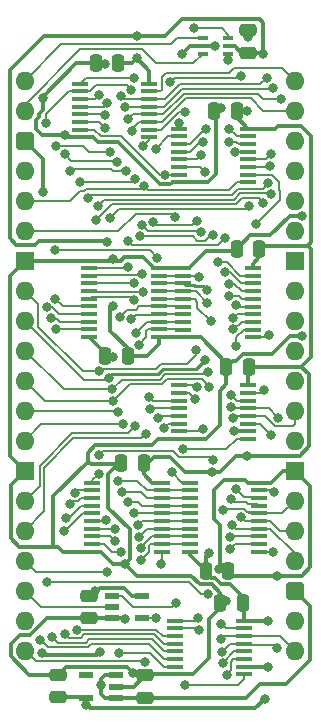
<source format=gtl>
%TF.GenerationSoftware,KiCad,Pcbnew,8.0.4*%
%TF.CreationDate,2024-08-22T09:08:59+02:00*%
%TF.ProjectId,Counter 16bit with IO,436f756e-7465-4722-9031-366269742077,V0*%
%TF.SameCoordinates,PX54c81a0PY37b6b20*%
%TF.FileFunction,Copper,L1,Top*%
%TF.FilePolarity,Positive*%
%FSLAX46Y46*%
G04 Gerber Fmt 4.6, Leading zero omitted, Abs format (unit mm)*
G04 Created by KiCad (PCBNEW 8.0.4) date 2024-08-22 09:08:59*
%MOMM*%
%LPD*%
G01*
G04 APERTURE LIST*
G04 Aperture macros list*
%AMRoundRect*
0 Rectangle with rounded corners*
0 $1 Rounding radius*
0 $2 $3 $4 $5 $6 $7 $8 $9 X,Y pos of 4 corners*
0 Add a 4 corners polygon primitive as box body*
4,1,4,$2,$3,$4,$5,$6,$7,$8,$9,$2,$3,0*
0 Add four circle primitives for the rounded corners*
1,1,$1+$1,$2,$3*
1,1,$1+$1,$4,$5*
1,1,$1+$1,$6,$7*
1,1,$1+$1,$8,$9*
0 Add four rect primitives between the rounded corners*
20,1,$1+$1,$2,$3,$4,$5,0*
20,1,$1+$1,$4,$5,$6,$7,0*
20,1,$1+$1,$6,$7,$8,$9,0*
20,1,$1+$1,$8,$9,$2,$3,0*%
G04 Aperture macros list end*
%TA.AperFunction,SMDPad,CuDef*%
%ADD10RoundRect,0.250000X-0.250000X-0.475000X0.250000X-0.475000X0.250000X0.475000X-0.250000X0.475000X0*%
%TD*%
%TA.AperFunction,SMDPad,CuDef*%
%ADD11RoundRect,0.250000X0.250000X0.475000X-0.250000X0.475000X-0.250000X-0.475000X0.250000X-0.475000X0*%
%TD*%
%TA.AperFunction,SMDPad,CuDef*%
%ADD12R,1.475000X0.450000*%
%TD*%
%TA.AperFunction,SMDPad,CuDef*%
%ADD13RoundRect,0.250000X0.475000X-0.250000X0.475000X0.250000X-0.475000X0.250000X-0.475000X-0.250000X0*%
%TD*%
%TA.AperFunction,SMDPad,CuDef*%
%ADD14R,1.450000X0.450000*%
%TD*%
%TA.AperFunction,SMDPad,CuDef*%
%ADD15R,1.250000X0.600000*%
%TD*%
%TA.AperFunction,SMDPad,CuDef*%
%ADD16RoundRect,0.250000X-0.475000X0.250000X-0.475000X-0.250000X0.475000X-0.250000X0.475000X0.250000X0*%
%TD*%
%TA.AperFunction,SMDPad,CuDef*%
%ADD17R,0.875000X0.450000*%
%TD*%
%TA.AperFunction,SMDPad,CuDef*%
%ADD18R,1.150000X0.600000*%
%TD*%
%TA.AperFunction,ComponentPad*%
%ADD19O,1.600000X1.600000*%
%TD*%
%TA.AperFunction,ComponentPad*%
%ADD20RoundRect,0.400000X-0.400000X-0.400000X0.400000X-0.400000X0.400000X0.400000X-0.400000X0.400000X0*%
%TD*%
%TA.AperFunction,ComponentPad*%
%ADD21R,1.600000X1.600000*%
%TD*%
%TA.AperFunction,ViaPad*%
%ADD22C,0.800000*%
%TD*%
%TA.AperFunction,Conductor*%
%ADD23C,0.380000*%
%TD*%
%TA.AperFunction,Conductor*%
%ADD24C,0.200000*%
%TD*%
%TA.AperFunction,Conductor*%
%ADD25C,0.250000*%
%TD*%
G04 APERTURE END LIST*
D10*
%TO.P,C13,1*%
%TO.N,/3.3V*%
X15322000Y-41529000D03*
%TO.P,C13,2*%
%TO.N,GND*%
X17222000Y-41529000D03*
%TD*%
D11*
%TO.P,C7,1*%
%TO.N,/3.3V*%
X10078000Y-32385000D03*
%TO.P,C7,2*%
%TO.N,GND*%
X8178000Y-32385000D03*
%TD*%
D12*
%TO.P,IC11,1,~{OE}*%
%TO.N,/~{Read Address Low}*%
X19829000Y-39882000D03*
%TO.P,IC11,2,D0*%
%TO.N,C0*%
X19829000Y-39232000D03*
%TO.P,IC11,3,D1*%
%TO.N,C1*%
X19829000Y-38582000D03*
%TO.P,IC11,4,D2*%
%TO.N,C2*%
X19829000Y-37932000D03*
%TO.P,IC11,5,D3*%
%TO.N,C3*%
X19829000Y-37282000D03*
%TO.P,IC11,6,D4*%
%TO.N,C4*%
X19829000Y-36632000D03*
%TO.P,IC11,7,D5*%
%TO.N,C5*%
X19829000Y-35982000D03*
%TO.P,IC11,8,D6*%
%TO.N,C6*%
X19829000Y-35332000D03*
%TO.P,IC11,9,D7*%
%TO.N,C7*%
X19829000Y-34682000D03*
%TO.P,IC11,10,GND*%
%TO.N,GND*%
X19829000Y-34032000D03*
%TO.P,IC11,11,CP*%
%TO.N,/Latch Address*%
X13953000Y-34032000D03*
%TO.P,IC11,12,Q7*%
%TO.N,D7*%
X13953000Y-34682000D03*
%TO.P,IC11,13,Q6*%
%TO.N,D6*%
X13953000Y-35332000D03*
%TO.P,IC11,14,Q5*%
%TO.N,D5*%
X13953000Y-35982000D03*
%TO.P,IC11,15,Q4*%
%TO.N,D4*%
X13953000Y-36632000D03*
%TO.P,IC11,16,Q3*%
%TO.N,D3*%
X13953000Y-37282000D03*
%TO.P,IC11,17,Q2*%
%TO.N,D2*%
X13953000Y-37932000D03*
%TO.P,IC11,18,Q1*%
%TO.N,D1*%
X13953000Y-38582000D03*
%TO.P,IC11,19,Q0*%
%TO.N,D0*%
X13953000Y-39232000D03*
%TO.P,IC11,20,3V*%
%TO.N,/3.3V*%
X13953000Y-39882000D03*
%TD*%
D13*
%TO.P,C14,1*%
%TO.N,/3.3V*%
X18923000Y2368000D03*
%TO.P,C14,2*%
%TO.N,GND*%
X18923000Y4268000D03*
%TD*%
D14*
%TO.P,IC7,1,~{MR}*%
%TO.N,~{MR}*%
X12696000Y-45731000D03*
%TO.P,IC7,2,CP*%
%TO.N,CP*%
X12696000Y-46381000D03*
%TO.P,IC7,3,D0*%
%TO.N,/LC0*%
X12696000Y-47031000D03*
%TO.P,IC7,4,D1*%
%TO.N,/LC1*%
X12696000Y-47681000D03*
%TO.P,IC7,5,D2*%
%TO.N,/LC2*%
X12696000Y-48331000D03*
%TO.P,IC7,6,D3*%
%TO.N,/LC3*%
X12696000Y-48981000D03*
%TO.P,IC7,7,CEP*%
%TO.N,CE*%
X12696000Y-49631000D03*
%TO.P,IC7,8,GND*%
%TO.N,GND*%
X12696000Y-50281000D03*
%TO.P,IC7,9,~{PE}*%
%TO.N,~{PE}*%
X18546000Y-50281000D03*
%TO.P,IC7,10,CET*%
%TO.N,/3.3V*%
X18546000Y-49631000D03*
%TO.P,IC7,11,Q3*%
%TO.N,C3*%
X18546000Y-48981000D03*
%TO.P,IC7,12,Q2*%
%TO.N,C2*%
X18546000Y-48331000D03*
%TO.P,IC7,13,Q1*%
%TO.N,C1*%
X18546000Y-47681000D03*
%TO.P,IC7,14,Q0*%
%TO.N,C0*%
X18546000Y-47031000D03*
%TO.P,IC7,15,TC*%
%TO.N,/TC_{0..3}*%
X18546000Y-46381000D03*
%TO.P,IC7,16,3V*%
%TO.N,/3.3V*%
X18546000Y-45731000D03*
%TD*%
D13*
%TO.P,C4,1*%
%TO.N,/3.3V*%
X2789400Y-52216600D03*
%TO.P,C4,2*%
%TO.N,GND*%
X2789400Y-50316600D03*
%TD*%
D11*
%TO.P,C2,1*%
%TO.N,/3.3V*%
X18968000Y-24257000D03*
%TO.P,C2,2*%
%TO.N,GND*%
X17068000Y-24257000D03*
%TD*%
D14*
%TO.P,IC10,1,~{MR}*%
%TO.N,~{MR}*%
X4695000Y-265000D03*
%TO.P,IC10,2,CP*%
%TO.N,CP*%
X4695000Y-915000D03*
%TO.P,IC10,3,D0*%
%TO.N,/LC12*%
X4695000Y-1565000D03*
%TO.P,IC10,4,D1*%
%TO.N,/LC13*%
X4695000Y-2215000D03*
%TO.P,IC10,5,D2*%
%TO.N,/LC14*%
X4695000Y-2865000D03*
%TO.P,IC10,6,D3*%
%TO.N,/LC15*%
X4695000Y-3515000D03*
%TO.P,IC10,7,CEP*%
%TO.N,/TC_{0..3}*%
X4695000Y-4165000D03*
%TO.P,IC10,8,GND*%
%TO.N,GND*%
X4695000Y-4815000D03*
%TO.P,IC10,9,~{PE}*%
%TO.N,~{PE}*%
X10545000Y-4815000D03*
%TO.P,IC10,10,CET*%
%TO.N,/TC_{8..11}*%
X10545000Y-4165000D03*
%TO.P,IC10,11,Q3*%
%TO.N,C15*%
X10545000Y-3515000D03*
%TO.P,IC10,12,Q2*%
%TO.N,C14*%
X10545000Y-2865000D03*
%TO.P,IC10,13,Q1*%
%TO.N,C13*%
X10545000Y-2215000D03*
%TO.P,IC10,14,Q0*%
%TO.N,C12*%
X10545000Y-1565000D03*
%TO.P,IC10,15,TC*%
%TO.N,TC_{12..15}*%
X10545000Y-915000D03*
%TO.P,IC10,16,3V*%
%TO.N,/3.3V*%
X10545000Y-265000D03*
%TD*%
D11*
%TO.P,C9,1*%
%TO.N,/3.3V*%
X7911000Y1453001D03*
%TO.P,C9,2*%
%TO.N,GND*%
X6011000Y1453001D03*
%TD*%
D15*
%TO.P,IC3,1,B*%
%TO.N,Read Address Low*%
X7386000Y-43627000D03*
%TO.P,IC3,2,A*%
%TO.N,Latch Address Enable*%
X7386000Y-44577000D03*
%TO.P,IC3,3,GND*%
%TO.N,GND*%
X7386000Y-45527000D03*
%TO.P,IC3,4,Y*%
%TO.N,/Latch Address*%
X9886000Y-45527000D03*
%TO.P,IC3,5,3V*%
%TO.N,/3.3V*%
X9886000Y-43627000D03*
%TD*%
D13*
%TO.P,C8,1*%
%TO.N,5V*%
X10155400Y-52267400D03*
%TO.P,C8,2*%
%TO.N,GND*%
X10155400Y-50367400D03*
%TD*%
D12*
%TO.P,IC2,1,~{OE}*%
%TO.N,GND*%
X11320000Y-21721000D03*
%TO.P,IC2,2,D0*%
%TO.N,D0*%
X11320000Y-21071000D03*
%TO.P,IC2,3,D1*%
%TO.N,D1*%
X11320000Y-20421000D03*
%TO.P,IC2,4,D2*%
%TO.N,D2*%
X11320000Y-19771000D03*
%TO.P,IC2,5,D3*%
%TO.N,D3*%
X11320000Y-19121000D03*
%TO.P,IC2,6,D4*%
%TO.N,D4*%
X11320000Y-18471000D03*
%TO.P,IC2,7,D5*%
%TO.N,D5*%
X11320000Y-17821000D03*
%TO.P,IC2,8,D6*%
%TO.N,D6*%
X11320000Y-17171000D03*
%TO.P,IC2,9,D7*%
%TO.N,D7*%
X11320000Y-16521000D03*
%TO.P,IC2,10,GND*%
%TO.N,GND*%
X11320000Y-15871000D03*
%TO.P,IC2,11,LE*%
%TO.N,Write Start Address Low*%
X5444000Y-15871000D03*
%TO.P,IC2,12,Q7*%
%TO.N,/LC7*%
X5444000Y-16521000D03*
%TO.P,IC2,13,Q6*%
%TO.N,/LC6*%
X5444000Y-17171000D03*
%TO.P,IC2,14,Q5*%
%TO.N,/LC5*%
X5444000Y-17821000D03*
%TO.P,IC2,15,Q4*%
%TO.N,/LC4*%
X5444000Y-18471000D03*
%TO.P,IC2,16,Q3*%
%TO.N,/LC3*%
X5444000Y-19121000D03*
%TO.P,IC2,17,Q2*%
%TO.N,/LC2*%
X5444000Y-19771000D03*
%TO.P,IC2,18,Q1*%
%TO.N,/LC1*%
X5444000Y-20421000D03*
%TO.P,IC2,19,Q0*%
%TO.N,/LC0*%
X5444000Y-21071000D03*
%TO.P,IC2,20,3V*%
%TO.N,/3.3V*%
X5444000Y-21721000D03*
%TD*%
D14*
%TO.P,IC9,1,~{MR}*%
%TO.N,~{MR}*%
X13077000Y-4075000D03*
%TO.P,IC9,2,CP*%
%TO.N,CP*%
X13077000Y-4725000D03*
%TO.P,IC9,3,D0*%
%TO.N,/LC8*%
X13077000Y-5375000D03*
%TO.P,IC9,4,D1*%
%TO.N,/LC9*%
X13077000Y-6025000D03*
%TO.P,IC9,5,D2*%
%TO.N,/LC10*%
X13077000Y-6675000D03*
%TO.P,IC9,6,D3*%
%TO.N,/LC11*%
X13077000Y-7325000D03*
%TO.P,IC9,7,CEP*%
%TO.N,/TC_{0..3}*%
X13077000Y-7975000D03*
%TO.P,IC9,8,GND*%
%TO.N,GND*%
X13077000Y-8625000D03*
%TO.P,IC9,9,~{PE}*%
%TO.N,~{PE}*%
X18927000Y-8625000D03*
%TO.P,IC9,10,CET*%
%TO.N,/TC_{4..7}*%
X18927000Y-7975000D03*
%TO.P,IC9,11,Q3*%
%TO.N,C11*%
X18927000Y-7325000D03*
%TO.P,IC9,12,Q2*%
%TO.N,C10*%
X18927000Y-6675000D03*
%TO.P,IC9,13,Q1*%
%TO.N,C9*%
X18927000Y-6025000D03*
%TO.P,IC9,14,Q0*%
%TO.N,C8*%
X18927000Y-5375000D03*
%TO.P,IC9,15,TC*%
%TO.N,/TC_{8..11}*%
X18927000Y-4725000D03*
%TO.P,IC9,16,3V*%
%TO.N,/3.3V*%
X18927000Y-4075000D03*
%TD*%
D10*
%TO.P,C11,1*%
%TO.N,/3.3V*%
X6813000Y-23357000D03*
%TO.P,C11,2*%
%TO.N,GND*%
X8713000Y-23357000D03*
%TD*%
D11*
%TO.P,C15,1*%
%TO.N,/3.3V*%
X19857000Y-14224000D03*
%TO.P,C15,2*%
%TO.N,GND*%
X17957000Y-14224000D03*
%TD*%
%TO.P,C3,1*%
%TO.N,/3.3V*%
X17952000Y-2540000D03*
%TO.P,C3,2*%
%TO.N,GND*%
X16052000Y-2540000D03*
%TD*%
D12*
%TO.P,IC12,1,~{OE}*%
%TO.N,/~{Read Address High}*%
X5698001Y-34032000D03*
%TO.P,IC12,2,D0*%
%TO.N,C15*%
X5698001Y-34682000D03*
%TO.P,IC12,3,D1*%
%TO.N,C14*%
X5698001Y-35332000D03*
%TO.P,IC12,4,D2*%
%TO.N,C13*%
X5698001Y-35982000D03*
%TO.P,IC12,5,D3*%
%TO.N,C12*%
X5698001Y-36632000D03*
%TO.P,IC12,6,D4*%
%TO.N,C11*%
X5698001Y-37282000D03*
%TO.P,IC12,7,D5*%
%TO.N,C10*%
X5698001Y-37932000D03*
%TO.P,IC12,8,D6*%
%TO.N,C9*%
X5698001Y-38582000D03*
%TO.P,IC12,9,D7*%
%TO.N,C8*%
X5698001Y-39232000D03*
%TO.P,IC12,10,GND*%
%TO.N,GND*%
X5698001Y-39882000D03*
%TO.P,IC12,11,CP*%
%TO.N,/Latch Address*%
X11574001Y-39882000D03*
%TO.P,IC12,12,Q7*%
%TO.N,D0*%
X11574001Y-39232000D03*
%TO.P,IC12,13,Q6*%
%TO.N,D1*%
X11574001Y-38582000D03*
%TO.P,IC12,14,Q5*%
%TO.N,D2*%
X11574001Y-37932000D03*
%TO.P,IC12,15,Q4*%
%TO.N,D3*%
X11574001Y-37282000D03*
%TO.P,IC12,16,Q3*%
%TO.N,D4*%
X11574001Y-36632000D03*
%TO.P,IC12,17,Q2*%
%TO.N,D5*%
X11574001Y-35982000D03*
%TO.P,IC12,18,Q1*%
%TO.N,D6*%
X11574001Y-35332000D03*
%TO.P,IC12,19,Q0*%
%TO.N,D7*%
X11574001Y-34682000D03*
%TO.P,IC12,20,3V*%
%TO.N,/3.3V*%
X11574001Y-34032000D03*
%TD*%
%TO.P,IC1,1,~{OE}*%
%TO.N,GND*%
X13428000Y-15882000D03*
%TO.P,IC1,2,D0*%
%TO.N,D7*%
X13428000Y-16532000D03*
%TO.P,IC1,3,D1*%
%TO.N,D6*%
X13428000Y-17182000D03*
%TO.P,IC1,4,D2*%
%TO.N,D5*%
X13428000Y-17832000D03*
%TO.P,IC1,5,D3*%
%TO.N,D4*%
X13428000Y-18482000D03*
%TO.P,IC1,6,D4*%
%TO.N,D3*%
X13428000Y-19132000D03*
%TO.P,IC1,7,D5*%
%TO.N,D2*%
X13428000Y-19782000D03*
%TO.P,IC1,8,D6*%
%TO.N,D1*%
X13428000Y-20432000D03*
%TO.P,IC1,9,D7*%
%TO.N,D0*%
X13428000Y-21082000D03*
%TO.P,IC1,10,GND*%
%TO.N,GND*%
X13428000Y-21732000D03*
%TO.P,IC1,11,LE*%
%TO.N,Write Start Address High*%
X19304000Y-21732000D03*
%TO.P,IC1,12,Q7*%
%TO.N,/LC8*%
X19304000Y-21082000D03*
%TO.P,IC1,13,Q6*%
%TO.N,/LC9*%
X19304000Y-20432000D03*
%TO.P,IC1,14,Q5*%
%TO.N,/LC10*%
X19304000Y-19782000D03*
%TO.P,IC1,15,Q4*%
%TO.N,/LC11*%
X19304000Y-19132000D03*
%TO.P,IC1,16,Q3*%
%TO.N,/LC12*%
X19304000Y-18482000D03*
%TO.P,IC1,17,Q2*%
%TO.N,/LC13*%
X19304000Y-17832000D03*
%TO.P,IC1,18,Q1*%
%TO.N,/LC14*%
X19304000Y-17182000D03*
%TO.P,IC1,19,Q0*%
%TO.N,/LC15*%
X19304000Y-16532000D03*
%TO.P,IC1,20,3V*%
%TO.N,/3.3V*%
X19304000Y-15882000D03*
%TD*%
D16*
%TO.P,C5,1*%
%TO.N,/3.3V*%
X5461000Y-43643000D03*
%TO.P,C5,2*%
%TO.N,GND*%
X5461000Y-45543000D03*
%TD*%
D17*
%TO.P,IC4,1,1A*%
%TO.N,Read Address High*%
X15067000Y3571000D03*
%TO.P,IC4,2,GND*%
%TO.N,GND*%
X15067000Y2921000D03*
%TO.P,IC4,3,2A*%
%TO.N,Read Address Low*%
X15067000Y2271000D03*
%TO.P,IC4,4,2Y*%
%TO.N,/~{Read Address Low}*%
X17191000Y2271000D03*
%TO.P,IC4,5,3V*%
%TO.N,/3.3V*%
X17191000Y2921000D03*
%TO.P,IC4,6,1Y*%
%TO.N,/~{Read Address High}*%
X17191000Y3571000D03*
%TD*%
D14*
%TO.P,IC8,1,~{MR}*%
%TO.N,~{MR}*%
X13077000Y-25792000D03*
%TO.P,IC8,2,CP*%
%TO.N,CP*%
X13077000Y-26442000D03*
%TO.P,IC8,3,D0*%
%TO.N,/LC4*%
X13077000Y-27092000D03*
%TO.P,IC8,4,D1*%
%TO.N,/LC5*%
X13077000Y-27742000D03*
%TO.P,IC8,5,D2*%
%TO.N,/LC6*%
X13077000Y-28392000D03*
%TO.P,IC8,6,D3*%
%TO.N,/LC7*%
X13077000Y-29042000D03*
%TO.P,IC8,7,CEP*%
%TO.N,/TC_{0..3}*%
X13077000Y-29692000D03*
%TO.P,IC8,8,GND*%
%TO.N,GND*%
X13077000Y-30342000D03*
%TO.P,IC8,9,~{PE}*%
%TO.N,~{PE}*%
X18927000Y-30342000D03*
%TO.P,IC8,10,CET*%
%TO.N,/3.3V*%
X18927000Y-29692000D03*
%TO.P,IC8,11,Q3*%
%TO.N,C7*%
X18927000Y-29042000D03*
%TO.P,IC8,12,Q2*%
%TO.N,C6*%
X18927000Y-28392000D03*
%TO.P,IC8,13,Q1*%
%TO.N,C5*%
X18927000Y-27742000D03*
%TO.P,IC8,14,Q0*%
%TO.N,C4*%
X18927000Y-27092000D03*
%TO.P,IC8,15,TC*%
%TO.N,/TC_{4..7}*%
X18927000Y-26442000D03*
%TO.P,IC8,16,3V*%
%TO.N,/3.3V*%
X18927000Y-25792000D03*
%TD*%
D18*
%TO.P,IC5,1,6VIn*%
%TO.N,5V*%
X7747000Y-52258000D03*
%TO.P,IC5,2,GND*%
%TO.N,GND*%
X7747000Y-51308000D03*
%TO.P,IC5,3,EN*%
%TO.N,5V*%
X7747000Y-50358000D03*
%TO.P,IC5,4,ADJ*%
%TO.N,unconnected-(IC5-ADJ-Pad4)*%
X5147000Y-50358000D03*
%TO.P,IC5,5,3.3VOut*%
%TO.N,/3.3V*%
X5147000Y-52258000D03*
%TD*%
D19*
%TO.P,J2,1,Pin_1*%
%TO.N,Read Address High*%
X0Y0D03*
%TO.P,J2,2,Pin_2*%
%TO.N,Read Address Low*%
X0Y-2540000D03*
D20*
%TO.P,J2,3,Pin_3*%
%TO.N,5V*%
X0Y-5080000D03*
D19*
%TO.P,J2,4,Pin_4*%
%TO.N,CP*%
X0Y-7620000D03*
%TO.P,J2,5,Pin_5*%
%TO.N,~{PE}*%
X0Y-10160000D03*
%TO.P,J2,6,Pin_6*%
%TO.N,~{MR}*%
X0Y-12700000D03*
D21*
%TO.P,J2,7,Pin_7*%
%TO.N,GND*%
X0Y-15240000D03*
D19*
%TO.P,J2,8,Pin_8*%
%TO.N,D7*%
X0Y-17780000D03*
%TO.P,J2,9,Pin_9*%
%TO.N,D6*%
X0Y-20320000D03*
%TO.P,J2,10,Pin_10*%
%TO.N,D5*%
X0Y-22860000D03*
%TO.P,J2,11,Pin_11*%
%TO.N,D4*%
X0Y-25400000D03*
%TO.P,J2,12,Pin_12*%
%TO.N,D3*%
X0Y-27940000D03*
%TO.P,J2,13,Pin_13*%
%TO.N,D2*%
X0Y-30480000D03*
D21*
%TO.P,J2,14,Pin_14*%
%TO.N,GND*%
X0Y-33020000D03*
D19*
%TO.P,J2,15,Pin_15*%
%TO.N,D1*%
X0Y-35560000D03*
%TO.P,J2,16,Pin_16*%
%TO.N,D0*%
X0Y-38100000D03*
%TO.P,J2,17,Pin_17*%
%TO.N,CE*%
X0Y-40640000D03*
%TO.P,J2,18,Pin_18*%
%TO.N,Latch Address Enable*%
X0Y-43180000D03*
%TO.P,J2,19,Pin_19*%
%TO.N,Write Start Address High*%
X0Y-45720000D03*
%TO.P,J2,20,Pin_20*%
%TO.N,Write Start Address Low*%
X0Y-48260000D03*
%TO.P,J2,21,Pin_21*%
%TO.N,C0*%
X22860000Y-48260000D03*
%TO.P,J2,22,Pin_22*%
%TO.N,C1*%
X22860000Y-45720000D03*
D20*
%TO.P,J2,23,Pin_23*%
%TO.N,5V*%
X22860000Y-43180000D03*
D19*
%TO.P,J2,24,Pin_24*%
%TO.N,C2*%
X22860000Y-40640000D03*
%TO.P,J2,25,Pin_25*%
%TO.N,C3*%
X22860000Y-38100000D03*
%TO.P,J2,26,Pin_26*%
%TO.N,C4*%
X22860000Y-35560000D03*
D21*
%TO.P,J2,27,Pin_27*%
%TO.N,GND*%
X22860000Y-33020000D03*
D19*
%TO.P,J2,28,Pin_28*%
%TO.N,C5*%
X22860000Y-30480000D03*
%TO.P,J2,29,Pin_29*%
%TO.N,C6*%
X22860000Y-27940000D03*
%TO.P,J2,30,Pin_30*%
%TO.N,C7*%
X22860000Y-25400000D03*
%TO.P,J2,31,Pin_31*%
%TO.N,C8*%
X22860000Y-22860000D03*
%TO.P,J2,32,Pin_32*%
%TO.N,C9*%
X22860000Y-20320000D03*
%TO.P,J2,33,Pin_33*%
%TO.N,C10*%
X22860000Y-17780000D03*
D21*
%TO.P,J2,34,Pin_34*%
%TO.N,GND*%
X22860000Y-15240000D03*
D19*
%TO.P,J2,35,Pin_35*%
%TO.N,C11*%
X22860000Y-12700000D03*
%TO.P,J2,36,Pin_36*%
%TO.N,C12*%
X22860000Y-10160000D03*
%TO.P,J2,37,Pin_37*%
%TO.N,C13*%
X22860000Y-7620000D03*
%TO.P,J2,38,Pin_38*%
%TO.N,C14*%
X22860000Y-5080000D03*
%TO.P,J2,39,Pin_39*%
%TO.N,C15*%
X22860000Y-2540000D03*
%TO.P,J2,40,Pin_40*%
%TO.N,TC_{12..15}*%
X22860000Y0D03*
%TD*%
D11*
%TO.P,C1,1*%
%TO.N,/3.3V*%
X18460000Y-44196000D03*
%TO.P,C1,2*%
%TO.N,GND*%
X16560000Y-44196000D03*
%TD*%
D22*
%TO.N,GND*%
X8509000Y-45593000D03*
X3370004Y-4594998D03*
X16469626Y-41380914D03*
X17023000Y-44069000D03*
X1507118Y-1513536D03*
X16129000Y2921000D03*
X7474693Y-19050000D03*
X6811500Y1397000D03*
X7474685Y-15121000D03*
X9144000Y-50165000D03*
X16572000Y-2308653D03*
X23467000Y-21590000D03*
X23467000Y-11430245D03*
X8509016Y-40894000D03*
X13335000Y2286000D03*
X21336000Y-41910000D03*
X18923000Y3683000D03*
%TO.N,5V*%
X6461243Y-51196757D03*
X6350008Y-48387004D03*
X1481534Y-48478000D03*
X1524002Y-9460318D03*
%TO.N,/3.3V*%
X15554002Y-39987911D03*
X6942428Y-13633073D03*
X5969000Y-43245000D03*
X15808098Y-33130480D03*
X20574000Y-49657000D03*
X18796000Y-31750000D03*
X18795996Y-2539996D03*
X20574000Y-45720000D03*
X17694874Y-29678741D03*
X7447946Y-23368000D03*
X20193000Y2285990D03*
X9465809Y3761948D03*
X9465809Y1869905D03*
X20320000Y-52324000D03*
X5207000Y-52832000D03*
%TO.N,/LC0*%
X4445000Y-46482000D03*
X2630724Y-21045166D03*
%TO.N,/LC1*%
X3429000Y-46863000D03*
X2200000Y-20142679D03*
%TO.N,/LC2*%
X2322795Y-47099705D03*
X1893000Y-19184407D03*
%TO.N,/LC3*%
X2586705Y-18464144D03*
X1270000Y-47370998D03*
%TO.N,D0*%
X10210991Y-29886056D03*
X9677061Y-22349805D03*
X9854631Y-40614402D03*
%TO.N,Write Start Address High*%
X1905000Y-42480000D03*
X20669200Y-21562000D03*
X15489000Y-43451751D03*
%TO.N,D4*%
X9210389Y-36576002D03*
X15599659Y-25969978D03*
X7443330Y-27128288D03*
X15726000Y-20345775D03*
%TO.N,D2*%
X9023223Y-20193000D03*
X9675874Y-38623207D03*
X8310468Y-29101955D03*
%TO.N,/TC_{0..3}*%
X15078024Y-29460323D03*
X11895000Y-7975000D03*
X16636998Y-45974000D03*
%TO.N,/LC4*%
X10477061Y-26764904D03*
X9250906Y-18574006D03*
%TO.N,/LC5*%
X9974825Y-17874006D03*
X10601001Y-27813000D03*
%TO.N,/LC6*%
X11245813Y-28582680D03*
X9250438Y-17143562D03*
%TO.N,/LC7*%
X11752234Y-29444970D03*
X9936163Y-16383000D03*
%TO.N,D7*%
X14706762Y-16662238D03*
X7864309Y-33886351D03*
X6272718Y-24631228D03*
X14515886Y-22822116D03*
%TO.N,D6*%
X15407778Y-17739222D03*
X7120589Y-25161436D03*
X8257746Y-34805706D03*
X15255644Y-23635865D03*
%TO.N,D3*%
X9593518Y-37613608D03*
X8042396Y-19998108D03*
X7861080Y-28036853D03*
%TO.N,D1*%
X9413736Y-21372786D03*
X9296004Y-29271437D03*
X9793470Y-39616271D03*
%TO.N,/TC_{4..7}*%
X20231064Y-26172202D03*
X19546308Y-12112325D03*
%TO.N,/LC8*%
X15367000Y-4064000D03*
X17909001Y-22479000D03*
%TO.N,/LC9*%
X17582696Y-21063530D03*
X15113000Y-5207000D03*
%TO.N,/LC10*%
X17653004Y-20066004D03*
X14924000Y-6336149D03*
%TO.N,/LC11*%
X17889088Y-18967266D03*
X15240000Y-7747000D03*
%TO.N,D5*%
X15455446Y-18806329D03*
X8728923Y-35687748D03*
X7363557Y-26131473D03*
X15494000Y-24638000D03*
%TO.N,Write Start Address Low*%
X8729491Y-15743566D03*
X10160000Y-49214000D03*
%TO.N,Read Address Low*%
X11180401Y-14981599D03*
X12827000Y-44196000D03*
X2580712Y-14351000D03*
%TO.N,/TC_{8..11}*%
X17271995Y-4063995D03*
X13524000Y-2667000D03*
X18288000Y385000D03*
X12314715Y-132027D03*
%TO.N,/LC12*%
X17241330Y-18205417D03*
X8710244Y-13542000D03*
X6285452Y-1185916D03*
X16948063Y-13356560D03*
%TO.N,/LC13*%
X9733056Y-13202446D03*
X17271481Y-17185315D03*
X6985000Y-1905000D03*
X15948653Y-13034556D03*
%TO.N,/LC14*%
X9914627Y-12219066D03*
X16962750Y-16234163D03*
X6790026Y-2936742D03*
X14922543Y-12811836D03*
%TO.N,C1*%
X21364006Y-48006000D03*
X17399000Y-38623997D03*
X16685003Y-48355570D03*
%TO.N,~{PE}*%
X13588988Y-51181000D03*
X13368136Y-31196795D03*
X10107735Y-8953604D03*
X9997206Y-5549625D03*
%TO.N,CE*%
X7975088Y-48462356D03*
X6984994Y-41591000D03*
%TO.N,C0*%
X16642192Y-47250218D03*
X17399000Y-39624000D03*
%TO.N,C2*%
X17537971Y-37633698D03*
X16747043Y-49353646D03*
%TO.N,~{MR}*%
X13072394Y-3621000D03*
X14692964Y-45482759D03*
X9271000Y254000D03*
X12699844Y-11570999D03*
X14576722Y-25967000D03*
%TO.N,C3*%
X17093651Y-50291659D03*
X18288000Y-36957000D03*
%TO.N,CP*%
X11105499Y-5771501D03*
X1813941Y-3605000D03*
X14406421Y-26952394D03*
X14732000Y-46482000D03*
X9017000Y-762000D03*
%TO.N,C4*%
X17488296Y-26612340D03*
X16792000Y-36322000D03*
%TO.N,C5*%
X17489560Y-27620994D03*
X21469446Y-28542504D03*
X17410073Y-35463042D03*
%TO.N,C6*%
X17638447Y-28609851D03*
X17864000Y-34572000D03*
%TO.N,C7*%
X21127693Y-34850463D03*
X20827986Y-29972000D03*
%TO.N,/~{Read Address Low}*%
X17190998Y1732002D03*
X20973064Y-39897576D03*
%TO.N,C11*%
X5355219Y-9933893D03*
X20622749Y-8658582D03*
X20788863Y-7252087D03*
X6895024Y-37242021D03*
%TO.N,/~{Read Address High}*%
X6248623Y-33271002D03*
X15948937Y-32140445D03*
X14351000Y4416984D03*
X6259615Y-31687615D03*
%TO.N,C10*%
X7602157Y-37962174D03*
X6158413Y-10610195D03*
X20828000Y-6223000D03*
X20878623Y-9625295D03*
%TO.N,C8*%
X8100000Y-39878000D03*
X17252792Y-5172959D03*
X18998596Y-10650008D03*
X7197473Y-11642473D03*
%TO.N,C9*%
X17766545Y-6030900D03*
X20172544Y-10333432D03*
X6038996Y-11811000D03*
X7620000Y-38984803D03*
%TO.N,C12*%
X2590851Y-5524853D03*
X20497829Y254382D03*
X3302000Y-38100000D03*
X8128000Y-1270000D03*
X7168554Y-6065817D03*
%TO.N,/LC15*%
X6745890Y-3985817D03*
X14581004Y-11871966D03*
X16309283Y-15394233D03*
X10883372Y-11971000D03*
%TO.N,C15*%
X4200007Y-34901439D03*
X9049983Y-4296242D03*
X9327491Y-8301842D03*
X4705926Y-8560867D03*
%TO.N,C14*%
X3810000Y-7620000D03*
X3800010Y-35825485D03*
X8528994Y-7620004D03*
X21717349Y-1524000D03*
X8735971Y-3294293D03*
%TO.N,C13*%
X7785962Y-6915118D03*
X3372409Y-6226047D03*
X21020004Y-635000D03*
X8482624Y-2275313D03*
X3505520Y-37033520D03*
%TO.N,/Latch Address*%
X12446000Y-33147000D03*
X11557000Y-40894000D03*
X11114996Y-45526996D03*
%TD*%
D23*
%TO.N,GND*%
X15067000Y2921000D02*
X13970000Y2921000D01*
X13970000Y2921000D02*
X13335000Y2286000D01*
D24*
%TO.N,Read Address High*%
X3061948Y3061948D02*
X0Y0D01*
X12332948Y3061948D02*
X3061948Y3061948D01*
X12842000Y3571000D02*
X12332948Y3061948D01*
X15067000Y3571000D02*
X12842000Y3571000D01*
D23*
%TO.N,/3.3V*%
X19868097Y5207000D02*
X20193000Y4882097D01*
X13335000Y5207000D02*
X19868097Y5207000D01*
X11889948Y3761948D02*
X13335000Y5207000D01*
X20193000Y4882097D02*
X20193000Y2285990D01*
X9465809Y3761948D02*
X11889948Y3761948D01*
X6851355Y-13542000D02*
X6942428Y-13633073D01*
X1161017Y-13542000D02*
X6851355Y-13542000D01*
X813017Y-13890000D02*
X1161017Y-13542000D01*
X-1270000Y889000D02*
X-1270000Y-13335000D01*
X9465809Y3761948D02*
X1602948Y3761948D01*
X-715000Y-13890000D02*
X813017Y-13890000D01*
X1602948Y3761948D02*
X-1270000Y889000D01*
X-1270000Y-13335000D02*
X-715000Y-13890000D01*
X9048905Y1453001D02*
X7911000Y1453001D01*
X9465809Y1869905D02*
X9048905Y1453001D01*
X9465809Y1869905D02*
X10545000Y790714D01*
X10545000Y790714D02*
X10545000Y-265000D01*
D24*
%TO.N,TC_{12..15}*%
X11614716Y289795D02*
X11614716Y-770284D01*
X11959921Y635000D02*
X11614716Y289795D01*
X11614716Y-770284D02*
X11470000Y-915000D01*
X17272000Y635000D02*
X11959921Y635000D01*
X17722000Y1085000D02*
X17272000Y635000D01*
X21775000Y1085000D02*
X17722000Y1085000D01*
X11470000Y-915000D02*
X10545000Y-915000D01*
X22860000Y0D02*
X21775000Y1085000D01*
%TO.N,/TC_{8..11}*%
X12681742Y235000D02*
X18138000Y235000D01*
X12314715Y-132027D02*
X12681742Y235000D01*
X18138000Y235000D02*
X18288000Y385000D01*
%TO.N,/~{Read Address Low}*%
X17191000Y1732004D02*
X17190998Y1732002D01*
X17191000Y2271000D02*
X17191000Y1732004D01*
D23*
%TO.N,/3.3V*%
X17952000Y-2540000D02*
X18795992Y-2540000D01*
X18795992Y-2540000D02*
X18795996Y-2539996D01*
X21198000Y-4075000D02*
X21463000Y-3810000D01*
X18927000Y-4075000D02*
X21198000Y-4075000D01*
X21463000Y-3810000D02*
X23368000Y-3810000D01*
X24257000Y-4699000D02*
X24257000Y-13683000D01*
X24257000Y-13683000D02*
X23970000Y-13970000D01*
X23368000Y-3810000D02*
X24257000Y-4699000D01*
X19304000Y-15494000D02*
X19304000Y-15882000D01*
X19857000Y-14941000D02*
X19304000Y-15494000D01*
X19857000Y-14224000D02*
X19857000Y-14941000D01*
%TO.N,GND*%
X20828000Y-34036000D02*
X21844000Y-33020000D01*
X19833000Y-34036000D02*
X20828000Y-34036000D01*
X21844000Y-33020000D02*
X22860000Y-33020000D01*
X23447458Y-41910000D02*
X21336000Y-41910000D01*
X24130000Y-34290000D02*
X24130000Y-41227458D01*
X24130000Y-41227458D02*
X23447458Y-41910000D01*
X22860000Y-33020000D02*
X24130000Y-34290000D01*
%TO.N,5V*%
X24130000Y-49022000D02*
X24130000Y-44450000D01*
X22098000Y-51054000D02*
X24130000Y-49022000D01*
X18725600Y-52267400D02*
X19939000Y-51054000D01*
X24130000Y-44450000D02*
X22860000Y-43180000D01*
X10155400Y-52267400D02*
X18725600Y-52267400D01*
X19939000Y-51054000D02*
X22098000Y-51054000D01*
X1524002Y-6604002D02*
X1524002Y-9460318D01*
X0Y-5080000D02*
X1524002Y-6604002D01*
%TO.N,GND*%
X7493000Y-40894000D02*
X8509016Y-40894000D01*
X6481000Y-39882000D02*
X7493000Y-40894000D01*
X5698001Y-39882000D02*
X6481000Y-39882000D01*
X5800000Y-4815000D02*
X4695000Y-4815000D01*
X15816229Y-42661751D02*
X14824654Y-42661751D01*
X15621000Y-48895000D02*
X14235000Y-50281000D01*
X428707Y-46974208D02*
X-428707Y-46974208D01*
X19072000Y-13109000D02*
X20768085Y-13109000D01*
X18923000Y3683000D02*
X18923000Y4268000D01*
X23467000Y-21590000D02*
X22447085Y-21590000D01*
X16340653Y-2540000D02*
X16572000Y-2308653D01*
X14874000Y-21732000D02*
X17068000Y-23926000D01*
X16617712Y-41529000D02*
X16469626Y-41380914D01*
X20895085Y-23142000D02*
X18452933Y-23142000D01*
X14235000Y-50281000D02*
X12696000Y-50281000D01*
X9214800Y-51308000D02*
X10155400Y-50367400D01*
X13077000Y-30342000D02*
X11286781Y-30342000D01*
X0Y-33020000D02*
X-1270000Y-31750000D01*
X4345966Y1453001D02*
X1507118Y-1385847D01*
X15621000Y-45580721D02*
X15621000Y-48895000D01*
X2794000Y-39450000D02*
X3226000Y-39882000D01*
X8647000Y-49668000D02*
X9144000Y-50165000D01*
X3590006Y-4815000D02*
X3370004Y-4594998D01*
X15067000Y2921000D02*
X16129000Y2921000D01*
X9953000Y-50165000D02*
X9144000Y-50165000D01*
X17585716Y-23739284D02*
X17855649Y-23739284D01*
X16764000Y-44196000D02*
X16891000Y-44069000D01*
X2413000Y-35179000D02*
X2413000Y-39450000D01*
X8890000Y-38954562D02*
X8890000Y-40513016D01*
X5461000Y-45543000D02*
X1859915Y-45543000D01*
X18669000Y-33782000D02*
X18919000Y-34032000D01*
X16560000Y-43405522D02*
X15816229Y-42661751D01*
X18452933Y-23142000D02*
X17855649Y-23739284D01*
X2413000Y-39450000D02*
X2794000Y-39450000D01*
X20768085Y-13109000D02*
X22446840Y-11430245D01*
X18919000Y-34032000D02*
X19829000Y-34032000D01*
X16891000Y-44069000D02*
X17023000Y-44069000D01*
X1160998Y-3117773D02*
X923000Y-3355771D01*
X11320000Y-15871000D02*
X13417000Y-15871000D01*
X17636936Y-14451836D02*
X15291935Y-14451836D01*
X16510000Y-37592000D02*
X16002000Y-37084000D01*
X7074309Y-33311691D02*
X7074309Y-36157309D01*
X-1190000Y-48752915D02*
X373685Y-50316600D01*
X8890000Y-40513016D02*
X8509016Y-40894000D01*
X17603000Y-41910000D02*
X21336000Y-41910000D01*
X4695000Y-4815000D02*
X3590006Y-4815000D01*
X10035121Y-14953566D02*
X10918000Y-15836445D01*
X17068000Y-24257000D02*
X17585716Y-23739284D01*
X22447085Y-21590000D02*
X20895085Y-23142000D01*
X17068000Y-24257000D02*
X17068000Y-25731000D01*
X16002000Y-37084000D02*
X16002000Y-34671000D01*
X16157000Y-7947229D02*
X16157000Y-2645000D01*
X3438000Y-49668000D02*
X8647000Y-49668000D01*
X6210817Y-5225817D02*
X5800000Y-4815000D01*
X373685Y-50316600D02*
X2789400Y-50316600D01*
X11320000Y-22326000D02*
X11320000Y-21721000D01*
X1507118Y-1513536D02*
X1507118Y-2484917D01*
X8885874Y-37968874D02*
X8885874Y-38950436D01*
X16482000Y-29173576D02*
X15313576Y-30342000D01*
X-1270000Y-16510000D02*
X0Y-15240000D01*
X-1270000Y-31750000D02*
X-1270000Y-16510000D01*
X8001000Y-32385000D02*
X7074309Y-33311691D01*
X10758781Y-30870000D02*
X5960000Y-30870000D01*
X8402262Y-14953566D02*
X10035121Y-14953566D01*
X5334000Y-31496000D02*
X5334000Y-32258000D01*
X8885874Y-38950436D02*
X8890000Y-38954562D01*
X8772000Y-23298000D02*
X10348000Y-23298000D01*
X7239000Y-19285693D02*
X7474693Y-19050000D01*
X1507118Y-1385847D02*
X1507118Y-1513536D01*
X16510000Y-40817000D02*
X16510000Y-37592000D01*
X5960000Y-30870000D02*
X5334000Y-31496000D01*
X13077000Y-8625000D02*
X15479229Y-8625000D01*
X6011000Y1453001D02*
X4345966Y1453001D01*
X12317000Y-8765000D02*
X11432000Y-8765000D01*
X3226000Y-39882000D02*
X5698001Y-39882000D01*
X5334000Y-32258000D02*
X5557002Y-32481002D01*
X11286781Y-30342000D02*
X10758781Y-30870000D01*
X6011000Y1453001D02*
X6755499Y1453001D01*
X7386000Y-45527000D02*
X8443000Y-45527000D01*
X10348000Y-23298000D02*
X11320000Y-22326000D01*
X17222000Y-41529000D02*
X16510000Y-40817000D01*
X1859915Y-45543000D02*
X428707Y-46974208D01*
X2413000Y-39450000D02*
X-492915Y-39450000D01*
X22446840Y-11430245D02*
X23467000Y-11430245D01*
X9525016Y-41910000D02*
X8509016Y-40894000D01*
X-1190000Y-38752915D02*
X-1190000Y-34210000D01*
X6755499Y1453001D02*
X6811500Y1397000D01*
X15313576Y-30342000D02*
X13077000Y-30342000D01*
X13428000Y-21732000D02*
X14874000Y-21732000D01*
X15479229Y-8625000D02*
X16157000Y-7947229D01*
X-492915Y-39450000D02*
X-1190000Y-38752915D01*
X8713000Y-22683000D02*
X7239000Y-21209000D01*
X17068000Y-25731000D02*
X16482000Y-26317000D01*
X14824654Y-42661751D02*
X14072903Y-41910000D01*
X5557002Y-32481002D02*
X8081998Y-32481002D01*
X16002000Y-34671000D02*
X16891000Y-33782000D01*
X11320000Y-21721000D02*
X13417000Y-21721000D01*
X7074309Y-36157309D02*
X8885874Y-37968874D01*
X7239000Y-21209000D02*
X7239000Y-19285693D01*
X1160998Y-2831037D02*
X1160998Y-3117773D01*
X923000Y-3355771D02*
X923000Y-4085771D01*
X8443000Y-45527000D02*
X8509000Y-45593000D01*
X17957000Y-14224000D02*
X19072000Y-13109000D01*
X5334000Y-32258000D02*
X2413000Y-35179000D01*
X17683050Y-14497950D02*
X17636936Y-14451836D01*
X923000Y-4085771D02*
X1432227Y-4594998D01*
X16891000Y-33782000D02*
X18669000Y-33782000D01*
X17222000Y-41529000D02*
X16617712Y-41529000D01*
X12696000Y-50281000D02*
X10241800Y-50281000D01*
X-1190000Y-34210000D02*
X0Y-33020000D01*
X7386000Y-45527000D02*
X5477000Y-45527000D01*
X1432227Y-4594998D02*
X3370004Y-4594998D01*
X11432000Y-8765000D02*
X7892817Y-5225817D01*
X0Y-15240000D02*
X8115828Y-15240000D01*
X16560000Y-44641721D02*
X15621000Y-45580721D01*
X16482000Y-26317000D02*
X16482000Y-29173576D01*
X17222000Y-41529000D02*
X17603000Y-41910000D01*
X7747000Y-51308000D02*
X9214800Y-51308000D01*
X1507118Y-2484917D02*
X1160998Y-2831037D01*
X14072903Y-41910000D02*
X9525016Y-41910000D01*
X15291935Y-14451836D02*
X13861771Y-15882000D01*
X8115828Y-15240000D02*
X8402262Y-14953566D01*
X7892817Y-5225817D02*
X6210817Y-5225817D01*
X12446000Y-8636000D02*
X12317000Y-8765000D01*
X16560000Y-43763771D02*
X16560000Y-43405522D01*
X8713000Y-23357000D02*
X8713000Y-22683000D01*
X-428707Y-46974208D02*
X-1190000Y-47735500D01*
X2789400Y-50316600D02*
X3438000Y-49668000D01*
X-1190000Y-47735500D02*
X-1190000Y-48752915D01*
%TO.N,5V*%
X6461243Y-51927243D02*
X6461243Y-51196757D01*
X6792000Y-50358000D02*
X6461243Y-50688757D01*
X1644535Y-48641001D02*
X6096011Y-48641001D01*
X10155400Y-52267400D02*
X7756400Y-52267400D01*
X6096011Y-48641001D02*
X6350008Y-48387004D01*
X6792000Y-52258000D02*
X6461243Y-51927243D01*
X7747000Y-52258000D02*
X6792000Y-52258000D01*
X6461243Y-50688757D02*
X6461243Y-51196757D01*
X1481534Y-48478000D02*
X1644535Y-48641001D01*
X7747000Y-50358000D02*
X6792000Y-50358000D01*
%TO.N,/3.3V*%
X24050000Y-30972915D02*
X23272915Y-31750000D01*
X23415000Y-24210000D02*
X24257000Y-23368000D01*
X20111000Y-13970000D02*
X23970000Y-13970000D01*
X23415000Y-24210000D02*
X19015000Y-24210000D01*
X15770251Y-42081751D02*
X15322000Y-41633500D01*
X9886000Y-43627000D02*
X9091000Y-43627000D01*
X24050000Y-24845000D02*
X24050000Y-30972915D01*
X17952000Y-2973000D02*
X17952000Y-3100000D01*
X10791000Y-34032000D02*
X11574001Y-34032000D01*
X19486600Y-53157400D02*
X5532400Y-53157400D01*
X5207000Y-52318000D02*
X5207000Y-52832000D01*
X13953000Y-39882000D02*
X13953000Y-40160000D01*
X10078000Y-32385000D02*
X10078000Y-33319000D01*
X18927000Y-24298000D02*
X18927000Y-25792000D01*
X20110990Y2368000D02*
X20193000Y2285990D01*
X15322000Y-41529000D02*
X15322000Y-40219913D01*
X8401000Y-42937000D02*
X6371000Y-42937000D01*
X5859000Y-43245000D02*
X5969000Y-43245000D01*
X18927000Y-29692000D02*
X17708133Y-29692000D01*
X17952000Y-3100000D02*
X18927000Y-4075000D01*
X15808098Y-33130480D02*
X16526520Y-33130480D01*
X18333000Y2368000D02*
X17780000Y2921000D01*
X12319000Y-31877000D02*
X13572480Y-33130480D01*
X23272915Y-31750000D02*
X18796000Y-31750000D01*
X6063000Y-43245000D02*
X5969000Y-43245000D01*
X16526520Y-33130480D02*
X17907000Y-31750000D01*
X18546000Y-44528000D02*
X18546000Y-45731000D01*
X16618722Y-42644000D02*
X16056473Y-42081751D01*
X18546000Y-49631000D02*
X20548000Y-49631000D01*
X13572480Y-33130480D02*
X15808098Y-33130480D01*
X10928482Y-31877000D02*
X12319000Y-31877000D01*
X20320000Y-52324000D02*
X19486600Y-53157400D01*
X15322000Y-40219913D02*
X15554002Y-39987911D01*
X6813000Y-23090000D02*
X5444000Y-21721000D01*
X17780000Y2921000D02*
X17191000Y2921000D01*
X5461000Y-43643000D02*
X5859000Y-43245000D01*
X9091000Y-43627000D02*
X8401000Y-42937000D01*
X24257000Y-23368000D02*
X24257000Y-14257000D01*
X7447946Y-23368000D02*
X6824000Y-23368000D01*
X24257000Y-14257000D02*
X23970000Y-13970000D01*
X13953000Y-40160000D02*
X15322000Y-41529000D01*
X2789400Y-52216600D02*
X5105600Y-52216600D01*
X17371000Y-42644000D02*
X16618722Y-42644000D01*
X16056473Y-42081751D02*
X15770251Y-42081751D01*
X18923000Y2368000D02*
X20110990Y2368000D01*
X6371000Y-42937000D02*
X6063000Y-43245000D01*
X18392500Y-43665500D02*
X17371000Y-42644000D01*
X18923000Y2368000D02*
X18333000Y2368000D01*
X20548000Y-49631000D02*
X20574000Y-49657000D01*
X17907000Y-31750000D02*
X18796000Y-31750000D01*
X5532400Y-53157400D02*
X5207000Y-52832000D01*
X20574000Y-45720000D02*
X18557000Y-45720000D01*
X10249241Y-32556241D02*
X10928482Y-31877000D01*
X17708133Y-29692000D02*
X17694874Y-29678741D01*
X23415000Y-24210000D02*
X24050000Y-24845000D01*
X10078000Y-33319000D02*
X10791000Y-34032000D01*
D24*
%TO.N,/LC0*%
X5444000Y-21071000D02*
X2656558Y-21071000D01*
X2656558Y-21071000D02*
X2630724Y-21045166D01*
X11675691Y-47031000D02*
X11126691Y-46482000D01*
X11126691Y-46482000D02*
X4445000Y-46482000D01*
X12696000Y-47031000D02*
X11675691Y-47031000D01*
%TO.N,/LC1*%
X4734955Y-47181995D02*
X3747995Y-47181995D01*
X11760007Y-47681000D02*
X10961005Y-46882000D01*
X12696000Y-47681000D02*
X11760007Y-47681000D01*
X2990365Y-20421000D02*
X2740365Y-20171000D01*
X5034950Y-46882000D02*
X4734955Y-47181995D01*
X3747995Y-47181995D02*
X3429000Y-46863000D01*
X2228321Y-20171000D02*
X2200000Y-20142679D01*
X10961005Y-46882000D02*
X5034950Y-46882000D01*
X5444000Y-20421000D02*
X2990365Y-20421000D01*
X2740365Y-20171000D02*
X2228321Y-20171000D01*
%TO.N,/LC2*%
X5444000Y-19771000D02*
X2880000Y-19771000D01*
X2805085Y-47581995D02*
X2322795Y-47099705D01*
X11771000Y-48331000D02*
X10722000Y-47282000D01*
X5454636Y-47282000D02*
X5154641Y-47581995D01*
X2293407Y-19184407D02*
X1893000Y-19184407D01*
X12696000Y-48331000D02*
X11771000Y-48331000D01*
X10722000Y-47282000D02*
X5454636Y-47282000D01*
X2880000Y-19771000D02*
X2293407Y-19184407D01*
X5154641Y-47581995D02*
X2805085Y-47581995D01*
%TO.N,/LC3*%
X1975479Y-47981995D02*
X1364482Y-47370998D01*
X3243561Y-19121000D02*
X5444000Y-19121000D01*
X1364482Y-47370998D02*
X1270000Y-47370998D01*
X10472000Y-47682000D02*
X5620322Y-47682000D01*
X5320326Y-47981995D02*
X1975479Y-47981995D01*
X12696000Y-48981000D02*
X11771000Y-48981000D01*
X11771000Y-48981000D02*
X10472000Y-47682000D01*
X2586705Y-18464144D02*
X3243561Y-19121000D01*
X5620322Y-47682000D02*
X5320326Y-47981995D01*
%TO.N,D0*%
X10536501Y-39932532D02*
X9854631Y-40614402D01*
X11320000Y-21071000D02*
X10382500Y-21071000D01*
X1651000Y-32766000D02*
X4113389Y-30303611D01*
X10282500Y-21171000D02*
X10282500Y-21744366D01*
X10661832Y-39232000D02*
X10536501Y-39357331D01*
X10282500Y-21744366D02*
X9677061Y-22349805D01*
X9793436Y-30303611D02*
X10210991Y-29886056D01*
X10382500Y-21071000D02*
X10282500Y-21171000D01*
X1651000Y-36449000D02*
X1651000Y-32766000D01*
X11574001Y-39232000D02*
X10661832Y-39232000D01*
X4113389Y-30303611D02*
X9793436Y-30303611D01*
X10536501Y-39357331D02*
X10536501Y-39932532D01*
X13953000Y-39232000D02*
X11574001Y-39232000D01*
X11320000Y-21071000D02*
X13417000Y-21071000D01*
X0Y-38100000D02*
X1651000Y-36449000D01*
%TO.N,Write Start Address High*%
X1938000Y-42447000D02*
X13916938Y-42447000D01*
X13916938Y-42447000D02*
X14921689Y-43451751D01*
X19304000Y-21732000D02*
X20499200Y-21732000D01*
X1905000Y-42480000D02*
X1938000Y-42447000D01*
X14921689Y-43451751D02*
X15489000Y-43451751D01*
X20499200Y-21732000D02*
X20669200Y-21562000D01*
%TO.N,D4*%
X12052000Y-25267000D02*
X14980000Y-25267000D01*
X9266387Y-36632000D02*
X9210389Y-36576002D01*
X15599659Y-25886659D02*
X15599659Y-25969978D01*
X14605000Y-19224775D02*
X15726000Y-20345775D01*
X14365500Y-18482000D02*
X14605000Y-18721500D01*
X11320000Y-18471000D02*
X13417000Y-18471000D01*
X13428000Y-18482000D02*
X14365500Y-18482000D01*
X7443330Y-27128288D02*
X8860182Y-25711436D01*
X0Y-25400000D02*
X1728288Y-27128288D01*
X11574001Y-36632000D02*
X13953000Y-36632000D01*
X1728288Y-27128288D02*
X7443330Y-27128288D01*
X8860182Y-25711436D02*
X11607564Y-25711436D01*
X11574001Y-36632000D02*
X9266387Y-36632000D01*
X14605000Y-18721500D02*
X14605000Y-19224775D01*
X11607564Y-25711436D02*
X12052000Y-25267000D01*
X14980000Y-25267000D02*
X15599659Y-25886659D01*
%TO.N,D2*%
X11574001Y-37932000D02*
X10367081Y-37932000D01*
X10367081Y-37932000D02*
X9675874Y-38623207D01*
X1378045Y-29101955D02*
X8310468Y-29101955D01*
X11320000Y-19771000D02*
X13417000Y-19771000D01*
X13953000Y-37932000D02*
X11574001Y-37932000D01*
X0Y-30480000D02*
X1378045Y-29101955D01*
X11118732Y-19831000D02*
X9385223Y-19831000D01*
X9385223Y-19831000D02*
X9023223Y-20193000D01*
%TO.N,/TC_{0..3}*%
X4695000Y-4165000D02*
X5864412Y-4165000D01*
X8164817Y-4735817D02*
X11404000Y-7975000D01*
X11404000Y-7975000D02*
X13077000Y-7975000D01*
X6435229Y-4735817D02*
X8164817Y-4735817D01*
X5864412Y-4165000D02*
X6435229Y-4735817D01*
X17043998Y-46381000D02*
X16636998Y-45974000D01*
X13077000Y-29692000D02*
X14846347Y-29692000D01*
X14846347Y-29692000D02*
X15078024Y-29460323D01*
X18546000Y-46381000D02*
X17043998Y-46381000D01*
%TO.N,/LC4*%
X13077000Y-27092000D02*
X10804157Y-27092000D01*
X5567065Y-18347935D02*
X9024835Y-18347935D01*
X9024835Y-18347935D02*
X9250906Y-18574006D01*
X10804157Y-27092000D02*
X10477061Y-26764904D01*
%TO.N,/LC5*%
X5697006Y-17874006D02*
X9974825Y-17874006D01*
X10672001Y-27742000D02*
X10601001Y-27813000D01*
X13077000Y-27742000D02*
X10672001Y-27742000D01*
%TO.N,/LC6*%
X13077000Y-28392000D02*
X11436493Y-28392000D01*
X5444000Y-17171000D02*
X9223000Y-17171000D01*
X11436493Y-28392000D02*
X11245813Y-28582680D01*
X9223000Y-17171000D02*
X9250438Y-17143562D01*
%TO.N,/LC7*%
X9875597Y-16443566D02*
X9936163Y-16383000D01*
X12155204Y-29042000D02*
X11752234Y-29444970D01*
X13077000Y-29042000D02*
X12155204Y-29042000D01*
X5521434Y-16443566D02*
X9875597Y-16443566D01*
%TO.N,D7*%
X11574001Y-34682000D02*
X10298000Y-34682000D01*
X1143000Y-20897314D02*
X4876914Y-24631228D01*
X10298000Y-34682000D02*
X9502351Y-33886351D01*
X6442510Y-24461436D02*
X11089798Y-24461436D01*
X11574001Y-34682000D02*
X13953000Y-34682000D01*
X0Y-17780000D02*
X1143000Y-18923000D01*
X6272718Y-24631228D02*
X6442510Y-24461436D01*
X11534234Y-24017000D02*
X13702000Y-24017000D01*
X13428000Y-16532000D02*
X14576524Y-16532000D01*
X13428000Y-16532000D02*
X11331000Y-16532000D01*
X9502351Y-33886351D02*
X7864309Y-33886351D01*
X11089798Y-24461436D02*
X11534234Y-24017000D01*
X4876914Y-24631228D02*
X6272718Y-24631228D01*
X1143000Y-18923000D02*
X1143000Y-20897314D01*
X13702000Y-24017000D02*
X14515886Y-23203114D01*
X14576524Y-16532000D02*
X14706762Y-16662238D01*
X14515886Y-23203114D02*
X14515886Y-22822116D01*
D25*
%TO.N,D6*%
X13528000Y-17282000D02*
X14301219Y-17282000D01*
D24*
X10370686Y-35332000D02*
X9844392Y-34805706D01*
X11320000Y-17171000D02*
X13417000Y-17171000D01*
D25*
X11265838Y-24886436D02*
X11710274Y-24442000D01*
D24*
X6920098Y-25361927D02*
X7120589Y-25161436D01*
D25*
X11710274Y-24442000D02*
X14449509Y-24442000D01*
X7395589Y-24886436D02*
X11265838Y-24886436D01*
D24*
X13953000Y-35332000D02*
X11574001Y-35332000D01*
D25*
X15055794Y-17387238D02*
X15407778Y-17739222D01*
X14301219Y-17282000D02*
X14406457Y-17387238D01*
X14449509Y-24442000D02*
X15255644Y-23635865D01*
D24*
X11574001Y-35332000D02*
X10370686Y-35332000D01*
X0Y-20320000D02*
X5041927Y-25361927D01*
D25*
X14406457Y-17387238D02*
X15055794Y-17387238D01*
D24*
X9844392Y-34805706D02*
X8257746Y-34805706D01*
D25*
X7120589Y-25161436D02*
X7395589Y-24886436D01*
D24*
X5041927Y-25361927D02*
X6920098Y-25361927D01*
%TO.N,D3*%
X11574001Y-37282000D02*
X13953000Y-37282000D01*
X9383862Y-19431000D02*
X8609504Y-19431000D01*
X0Y-27940000D02*
X7764227Y-27940000D01*
X11574001Y-37282000D02*
X9925126Y-37282000D01*
X11320000Y-19121000D02*
X9693862Y-19121000D01*
X8609504Y-19431000D02*
X8042396Y-19998108D01*
X11320000Y-19121000D02*
X13417000Y-19121000D01*
X7764227Y-27940000D02*
X7861080Y-28036853D01*
X9925126Y-37282000D02*
X9593518Y-37613608D01*
X9693862Y-19121000D02*
X9383862Y-19431000D01*
%TO.N,D1*%
X1251000Y-32600315D02*
X1251000Y-34309000D01*
X9969950Y-39439791D02*
X9793470Y-39616271D01*
X4025315Y-29826000D02*
X1251000Y-32600315D01*
X8741441Y-29826000D02*
X4025315Y-29826000D01*
X10746146Y-38582000D02*
X9969950Y-39358196D01*
X9296004Y-29271437D02*
X8741441Y-29826000D01*
X11574001Y-38582000D02*
X13953000Y-38582000D01*
X11320000Y-20421000D02*
X10365522Y-20421000D01*
X10365522Y-20421000D02*
X9413736Y-21372786D01*
X11574001Y-38582000D02*
X10746146Y-38582000D01*
X13428000Y-20432000D02*
X11331000Y-20432000D01*
X1251000Y-34309000D02*
X0Y-35560000D01*
X9969950Y-39358196D02*
X9969950Y-39439791D01*
%TO.N,/TC_{4..7}*%
X18942144Y-7959856D02*
X20331525Y-7959856D01*
X21571155Y-9323293D02*
X21581511Y-9333649D01*
X20331525Y-7959856D02*
X20332799Y-7958582D01*
X19961266Y-26442000D02*
X20231064Y-26172202D01*
X21581511Y-9333649D02*
X21581511Y-10077122D01*
X20332799Y-7958582D02*
X20912699Y-7958582D01*
X20913973Y-7959856D02*
X20938068Y-7959856D01*
X18927000Y-26442000D02*
X19961266Y-26442000D01*
X21536293Y-9275407D02*
X21571155Y-9310269D01*
X21571155Y-9310269D02*
X21571155Y-9323293D01*
X20938068Y-7959856D02*
X21536293Y-8558081D01*
X20912699Y-7958582D02*
X20913973Y-7959856D01*
X21536293Y-8558081D02*
X21536293Y-9275407D01*
X21581511Y-10077122D02*
X19546308Y-12112325D01*
%TO.N,/LC8*%
X19304000Y-21082000D02*
X18553522Y-21082000D01*
X17909001Y-21726521D02*
X17909001Y-22479000D01*
X18553522Y-21082000D02*
X17909001Y-21726521D01*
X13077000Y-5375000D02*
X13955050Y-5375000D01*
X13955050Y-5375000D02*
X15266050Y-4064000D01*
X15266050Y-4064000D02*
X15367000Y-4064000D01*
%TO.N,/LC9*%
X13077000Y-6025000D02*
X14002000Y-6025000D01*
X14820000Y-5207000D02*
X15113000Y-5207000D01*
X17734970Y-21063530D02*
X17582696Y-21063530D01*
X14002000Y-6025000D02*
X14820000Y-5207000D01*
X19304000Y-20432000D02*
X18366500Y-20432000D01*
X18366500Y-20432000D02*
X17734970Y-21063530D01*
%TO.N,/LC10*%
X14585149Y-6675000D02*
X14924000Y-6336149D01*
X13077000Y-6675000D02*
X14585149Y-6675000D01*
X19304000Y-19782000D02*
X17937008Y-19782000D01*
X17937008Y-19782000D02*
X17653004Y-20066004D01*
%TO.N,/LC11*%
X13077000Y-7325000D02*
X14818000Y-7325000D01*
X19304000Y-19132000D02*
X18053822Y-19132000D01*
X18053822Y-19132000D02*
X17889088Y-18967266D01*
X14818000Y-7325000D02*
X15240000Y-7747000D01*
%TO.N,D5*%
X11574001Y-35982000D02*
X9884701Y-35982000D01*
X11574001Y-35982000D02*
X13953000Y-35982000D01*
X13428000Y-17832000D02*
X11331000Y-17832000D01*
X14481117Y-17832000D02*
X15455446Y-18806329D01*
X3271473Y-26131473D02*
X7363557Y-26131473D01*
X0Y-22860000D02*
X3271473Y-26131473D01*
X11886315Y-24867000D02*
X11441878Y-25311436D01*
X8183594Y-25311436D02*
X7363557Y-26131473D01*
X9590449Y-35687748D02*
X8728923Y-35687748D01*
X11441878Y-25311436D02*
X8183594Y-25311436D01*
X15494000Y-24638000D02*
X15265000Y-24867000D01*
X9884701Y-35982000D02*
X9590449Y-35687748D01*
X13428000Y-17832000D02*
X14481117Y-17832000D01*
X15265000Y-24867000D02*
X11886315Y-24867000D01*
%TO.N,Write Start Address Low*%
X0Y-48260000D02*
X918000Y-49178000D01*
X8602057Y-15871000D02*
X8729491Y-15743566D01*
X10124000Y-49178000D02*
X10160000Y-49214000D01*
X918000Y-49178000D02*
X10124000Y-49178000D01*
X5444000Y-15871000D02*
X8602057Y-15871000D01*
%TO.N,Latch Address Enable*%
X0Y-43180000D02*
X1397000Y-44577000D01*
X1397000Y-44577000D02*
X7386000Y-44577000D01*
%TO.N,Read Address Low*%
X11064471Y1456000D02*
X9887471Y2633000D01*
X4663704Y2633000D02*
X0Y-2030704D01*
X11180401Y-14981599D02*
X10549802Y-14351000D01*
X8211000Y-43627000D02*
X9161000Y-44577000D01*
X9161000Y-44577000D02*
X12446000Y-44577000D01*
X12446000Y-44577000D02*
X12827000Y-44196000D01*
X14252000Y1456000D02*
X11064471Y1456000D01*
X7386000Y-43627000D02*
X8211000Y-43627000D01*
X15067000Y2271000D02*
X14252000Y1456000D01*
X10549802Y-14351000D02*
X2580712Y-14351000D01*
X9887471Y2633000D02*
X4663704Y2633000D01*
%TO.N,/TC_{8..11}*%
X13032435Y-2667000D02*
X13524000Y-2667000D01*
X10545000Y-4165000D02*
X11534435Y-4165000D01*
X17933000Y-4725000D02*
X17271995Y-4063995D01*
X18927000Y-4725000D02*
X17933000Y-4725000D01*
X11534435Y-4165000D02*
X13032435Y-2667000D01*
%TO.N,/LC12*%
X8710244Y-13542000D02*
X9070690Y-13902446D01*
X16342787Y-13961836D02*
X16948063Y-13356560D01*
X5906368Y-1565000D02*
X6285452Y-1185916D01*
X14386807Y-13902446D02*
X14446196Y-13961836D01*
X18117189Y-18205417D02*
X17241330Y-18205417D01*
X14446196Y-13961836D02*
X16342787Y-13961836D01*
X18393772Y-18482000D02*
X18117189Y-18205417D01*
X9070690Y-13902446D02*
X14386807Y-13902446D01*
X19304000Y-18482000D02*
X18393772Y-18482000D01*
X4695000Y-1565000D02*
X5906368Y-1565000D01*
%TO.N,/LC13*%
X14252492Y-13202446D02*
X14611882Y-13561836D01*
X6675000Y-2215000D02*
X6985000Y-1905000D01*
X9733056Y-13202446D02*
X14252492Y-13202446D01*
X15233204Y-13561836D02*
X15760484Y-13034556D01*
X17719815Y-17185315D02*
X17271481Y-17185315D01*
X18366500Y-17832000D02*
X17719815Y-17185315D01*
X4695000Y-2215000D02*
X6675000Y-2215000D01*
X14611882Y-13561836D02*
X15233204Y-13561836D01*
X15760484Y-13034556D02*
X15948653Y-13034556D01*
X19304000Y-17832000D02*
X18366500Y-17832000D01*
%TO.N,/LC14*%
X14810707Y-12700000D02*
X14922543Y-12811836D01*
X10395561Y-12700000D02*
X14810707Y-12700000D01*
X17334349Y-16234163D02*
X16962750Y-16234163D01*
X9914627Y-12219066D02*
X10395561Y-12700000D01*
X19304000Y-17182000D02*
X18282186Y-17182000D01*
X4695000Y-2865000D02*
X6718284Y-2865000D01*
X6718284Y-2865000D02*
X6790026Y-2936742D01*
X18282186Y-17182000D02*
X17334349Y-16234163D01*
%TO.N,C1*%
X17440997Y-38582000D02*
X17399000Y-38623997D01*
X21110006Y-47752000D02*
X21364006Y-48006000D01*
X18617000Y-47752000D02*
X21110006Y-47752000D01*
X18546000Y-47681000D02*
X17359573Y-47681000D01*
X19829000Y-38582000D02*
X17440997Y-38582000D01*
X17359573Y-47681000D02*
X16685003Y-48355570D01*
%TO.N,~{PE}*%
X18546000Y-50281000D02*
X18546000Y-50706000D01*
X10425131Y-9271000D02*
X17272000Y-9271000D01*
X17272000Y-9271000D02*
X17918000Y-8625000D01*
X3854663Y-10160000D02*
X0Y-10160000D01*
X4703796Y-9310867D02*
X3854663Y-10160000D01*
X9877446Y-9183893D02*
X5143561Y-9183893D01*
X10545000Y-5001831D02*
X9997206Y-5549625D01*
X10107735Y-8953604D02*
X10425131Y-9271000D01*
X17918000Y-30342000D02*
X17063205Y-31196795D01*
X10545000Y-4815000D02*
X10545000Y-5001831D01*
X18071000Y-51181000D02*
X13588988Y-51181000D01*
X5143561Y-9183893D02*
X5016587Y-9310867D01*
X10107735Y-8953604D02*
X9877446Y-9183893D01*
X17063205Y-31196795D02*
X13368136Y-31196795D01*
X18546000Y-50706000D02*
X18071000Y-51181000D01*
X5016587Y-9310867D02*
X4703796Y-9310867D01*
X17918000Y-8625000D02*
X18927000Y-8625000D01*
X18927000Y-30342000D02*
X17918000Y-30342000D01*
%TO.N,CE*%
X951000Y-41591000D02*
X6984994Y-41591000D01*
X0Y-40640000D02*
X951000Y-41591000D01*
X11771000Y-49631000D02*
X10602356Y-48462356D01*
X12696000Y-49631000D02*
X11771000Y-49631000D01*
X10602356Y-48462356D02*
X7975088Y-48462356D01*
%TO.N,C0*%
X21631000Y-47031000D02*
X22860000Y-48260000D01*
X17791000Y-39232000D02*
X17399000Y-39624000D01*
X18546000Y-47031000D02*
X21631000Y-47031000D01*
X16861410Y-47031000D02*
X16642192Y-47250218D01*
X18546000Y-47031000D02*
X16861410Y-47031000D01*
X19829000Y-39232000D02*
X17791000Y-39232000D01*
%TO.N,C2*%
X19829000Y-37932000D02*
X17836273Y-37932000D01*
X16747043Y-49328400D02*
X16747043Y-49353646D01*
X20766500Y-37932000D02*
X22860000Y-40025500D01*
X19829000Y-37932000D02*
X20766500Y-37932000D01*
X18546000Y-48331000D02*
X17744443Y-48331000D01*
X17744443Y-48331000D02*
X16747043Y-49328400D01*
X17836273Y-37932000D02*
X17537971Y-37633698D01*
%TO.N,~{MR}*%
X7906608Y-12731249D02*
X9366857Y-11271000D01*
X13077000Y-25792000D02*
X14401722Y-25792000D01*
X107249Y-12731249D02*
X7906608Y-12731249D01*
X12399845Y-11271000D02*
X12699844Y-11570999D01*
X14444723Y-45731000D02*
X14692964Y-45482759D01*
X5214000Y254000D02*
X9271000Y254000D01*
X14401722Y-25792000D02*
X14576722Y-25967000D01*
X13077000Y-3625606D02*
X13072394Y-3621000D01*
X9366857Y-11271000D02*
X12399845Y-11271000D01*
X4695000Y-265000D02*
X5214000Y254000D01*
X13077000Y-4075000D02*
X13077000Y-3625606D01*
X12696000Y-45731000D02*
X14444723Y-45731000D01*
%TO.N,C3*%
X19829000Y-37282000D02*
X20772000Y-37282000D01*
X18546000Y-48981000D02*
X17660129Y-48981000D01*
X17447043Y-49194086D02*
X17447043Y-49938267D01*
X17447043Y-49938267D02*
X17093651Y-50291659D01*
X21590000Y-38100000D02*
X22860000Y-38100000D01*
X19829000Y-37282000D02*
X18613000Y-37282000D01*
X17660129Y-48981000D02*
X17447043Y-49194086D01*
X20772000Y-37282000D02*
X21590000Y-38100000D01*
X18613000Y-37282000D02*
X18288000Y-36957000D01*
%TO.N,CP*%
X4695000Y-915000D02*
X3770000Y-915000D01*
X13896027Y-26442000D02*
X14406421Y-26952394D01*
X12696000Y-46381000D02*
X14631000Y-46381000D01*
X3770000Y-915000D02*
X1813941Y-2871059D01*
X13077000Y-4725000D02*
X12152000Y-4725000D01*
X5495706Y-915000D02*
X5998170Y-412536D01*
X13077000Y-26442000D02*
X13896027Y-26442000D01*
X4695000Y-915000D02*
X5495706Y-915000D01*
X5998170Y-412536D02*
X8667536Y-412536D01*
X8667536Y-412536D02*
X9017000Y-762000D01*
X12152000Y-4725000D02*
X11105499Y-5771501D01*
X1813941Y-2871059D02*
X1813941Y-3605000D01*
X14631000Y-46381000D02*
X14732000Y-46482000D01*
%TO.N,C4*%
X21788000Y-36632000D02*
X22860000Y-35560000D01*
X16857000Y-36257000D02*
X16792000Y-36322000D01*
X17967956Y-27092000D02*
X17488296Y-26612340D01*
X19829000Y-36632000D02*
X18952950Y-36632000D01*
X18642950Y-36322000D02*
X18577950Y-36257000D01*
X19720699Y-36523699D02*
X18844649Y-36523699D01*
X19829000Y-36632000D02*
X21788000Y-36632000D01*
X18927000Y-27092000D02*
X17967956Y-27092000D01*
X18844649Y-36523699D02*
X18642950Y-36322000D01*
X18952950Y-36632000D02*
X18642950Y-36322000D01*
X18577950Y-36257000D02*
X16857000Y-36257000D01*
%TO.N,C5*%
X18707685Y-35668000D02*
X17615031Y-35668000D01*
X18927000Y-27742000D02*
X20668942Y-27742000D01*
X17610566Y-27742000D02*
X17489560Y-27620994D01*
X17615031Y-35668000D02*
X17410073Y-35463042D01*
X18896685Y-35857000D02*
X18707685Y-35668000D01*
X18927000Y-27742000D02*
X17610566Y-27742000D01*
X19704000Y-35857000D02*
X18896685Y-35857000D01*
X20668942Y-27742000D02*
X21469446Y-28542504D01*
%TO.N,C6*%
X18560000Y-35268000D02*
X17864000Y-34572000D01*
X21179496Y-29242504D02*
X22688866Y-29242504D01*
X18927000Y-28392000D02*
X20328992Y-28392000D01*
X18927000Y-28392000D02*
X17856298Y-28392000D01*
X17856298Y-28392000D02*
X17638447Y-28609851D01*
X22860000Y-29071370D02*
X22860000Y-27940000D01*
X20328992Y-28392000D02*
X21179496Y-29242504D01*
X19765000Y-35268000D02*
X18560000Y-35268000D01*
X22688866Y-29242504D02*
X22860000Y-29071370D01*
%TO.N,C7*%
X18927000Y-29042000D02*
X19897986Y-29042000D01*
X19829000Y-34682000D02*
X20959230Y-34682000D01*
X19897986Y-29042000D02*
X20827986Y-29972000D01*
X20959230Y-34682000D02*
X21127693Y-34850463D01*
%TO.N,/~{Read Address Low}*%
X19829000Y-39882000D02*
X20957488Y-39882000D01*
X20957488Y-39882000D02*
X20973064Y-39897576D01*
%TO.N,C11*%
X18065680Y-9150000D02*
X17544680Y-9671000D01*
X18927000Y-7325000D02*
X20715950Y-7325000D01*
X5698001Y-37282000D02*
X6855045Y-37282000D01*
X17544680Y-9671000D02*
X5618112Y-9671000D01*
X6855045Y-37282000D02*
X6895024Y-37242021D01*
X20622749Y-8658582D02*
X20131331Y-9150000D01*
X20715950Y-7325000D02*
X20788863Y-7252087D01*
X20131331Y-9150000D02*
X18065680Y-9150000D01*
X5618112Y-9671000D02*
X5355219Y-9933893D01*
%TO.N,/~{Read Address High}*%
X6587230Y-31360000D02*
X12541391Y-31360000D01*
X15705287Y-31896795D02*
X15948937Y-32140445D01*
X5698001Y-34032000D02*
X5698001Y-33821624D01*
X17191000Y3571000D02*
X17191000Y3891000D01*
X6259615Y-31687615D02*
X6587230Y-31360000D01*
X5698001Y-33821624D02*
X6248623Y-33271002D01*
X12541391Y-31360000D02*
X13078186Y-31896795D01*
X13078186Y-31896795D02*
X15705287Y-31896795D01*
X17191000Y3891000D02*
X16665016Y4416984D01*
X16665016Y4416984D02*
X14351000Y4416984D01*
%TO.N,C10*%
X20803328Y-9550000D02*
X18231365Y-9550000D01*
X18927000Y-6675000D02*
X20376000Y-6675000D01*
X6697608Y-10071000D02*
X6158413Y-10610195D01*
X20376000Y-6675000D02*
X20828000Y-6223000D01*
X17710365Y-10071000D02*
X6697608Y-10071000D01*
X5728175Y-37962174D02*
X7602157Y-37962174D01*
X20878623Y-9625295D02*
X20803328Y-9550000D01*
X18231365Y-9550000D02*
X17710365Y-10071000D01*
%TO.N,C8*%
X18927000Y-5375000D02*
X18100595Y-5375000D01*
X7197473Y-11642473D02*
X7968946Y-10871000D01*
X6720000Y-39232000D02*
X7366000Y-39878000D01*
X18777604Y-10871000D02*
X18998596Y-10650008D01*
X18100595Y-5375000D02*
X17898554Y-5172959D01*
X7968946Y-10871000D02*
X18777604Y-10871000D01*
X7366000Y-39878000D02*
X8100000Y-39878000D01*
X17898554Y-5172959D02*
X17252792Y-5172959D01*
X5698001Y-39232000D02*
X6720000Y-39232000D01*
%TO.N,C9*%
X17772445Y-6025000D02*
X17766545Y-6030900D01*
X18397050Y-9950000D02*
X19789112Y-9950000D01*
X7378996Y-10471000D02*
X17876050Y-10471000D01*
X5698001Y-38582000D02*
X7217197Y-38582000D01*
X18927000Y-6025000D02*
X17772445Y-6025000D01*
X7217197Y-38582000D02*
X7620000Y-38984803D01*
X19789112Y-9950000D02*
X20172544Y-10333432D01*
X6038996Y-11811000D02*
X7378996Y-10471000D01*
X17876050Y-10471000D02*
X18397050Y-9950000D01*
%TO.N,C12*%
X4889853Y-5524853D02*
X5430817Y-6065817D01*
X10545000Y-1565000D02*
X11871692Y-1565000D01*
X11871692Y-1565000D02*
X13121692Y-315000D01*
X19928447Y-315000D02*
X20497829Y254382D01*
X2590851Y-5524853D02*
X4889853Y-5524853D01*
X5698001Y-36632000D02*
X4897000Y-36632000D01*
X3429000Y-38100000D02*
X3302000Y-38100000D01*
X5430817Y-6065817D02*
X7168554Y-6065817D01*
X13121692Y-315000D02*
X19928447Y-315000D01*
X4897000Y-36632000D02*
X3429000Y-38100000D01*
X8128000Y-1270000D02*
X8423000Y-1565000D01*
X8423000Y-1565000D02*
X10545000Y-1565000D01*
%TO.N,/LC15*%
X14181971Y-12270999D02*
X11183371Y-12270999D01*
X19304000Y-16532000D02*
X18250537Y-16532000D01*
X6275073Y-3515000D02*
X6745890Y-3985817D01*
X4695000Y-3515000D02*
X6275073Y-3515000D01*
X18250537Y-16532000D02*
X17112770Y-15394233D01*
X17112770Y-15394233D02*
X16309283Y-15394233D01*
X14581004Y-11871966D02*
X14181971Y-12270999D01*
X11183371Y-12270999D02*
X10883372Y-11971000D01*
%TO.N,C15*%
X9327491Y-8301842D02*
X9070333Y-8559000D01*
X9049983Y-4085017D02*
X9049983Y-4296242D01*
X19113591Y-1514999D02*
X13618751Y-1514999D01*
X22860000Y-2540000D02*
X20138592Y-2540000D01*
X4419446Y-34682000D02*
X4200007Y-34901439D01*
X10545000Y-3515000D02*
X9620000Y-3515000D01*
X13618751Y-1514999D02*
X11618749Y-3515000D01*
X20138592Y-2540000D02*
X19113591Y-1514999D01*
X9070333Y-8559000D02*
X4707793Y-8559000D01*
X11618749Y-3515000D02*
X10545000Y-3515000D01*
X4707793Y-8559000D02*
X4705926Y-8560867D01*
X5698001Y-34682000D02*
X4419446Y-34682000D01*
X9620000Y-3515000D02*
X9049983Y-4085017D01*
%TO.N,C14*%
X4759396Y-35332000D02*
X4489957Y-35601439D01*
X4489957Y-35601439D02*
X4024056Y-35601439D01*
X10545000Y-2865000D02*
X9165264Y-2865000D01*
X7303183Y-7493000D02*
X3937000Y-7493000D01*
X19714685Y-1114999D02*
X20123686Y-1524000D01*
X8268741Y-7493000D02*
X8096623Y-7665118D01*
X4024056Y-35601439D02*
X3800010Y-35825485D01*
X9165264Y-2865000D02*
X8735971Y-3294293D01*
X11703064Y-2865000D02*
X13453065Y-1114999D01*
X20123686Y-1524000D02*
X21717349Y-1524000D01*
X8528994Y-7620004D02*
X8401990Y-7493000D01*
X5698001Y-35332000D02*
X4759396Y-35332000D01*
X13453065Y-1114999D02*
X19714685Y-1114999D01*
X8401990Y-7493000D02*
X8268741Y-7493000D01*
X8096623Y-7665118D02*
X7475301Y-7665118D01*
X3937000Y-7493000D02*
X3810000Y-7620000D01*
X10545000Y-2865000D02*
X11703064Y-2865000D01*
X7475301Y-7665118D02*
X7303183Y-7493000D01*
%TO.N,C13*%
X13287379Y-714999D02*
X20940004Y-715000D01*
X4785000Y-35982000D02*
X3733480Y-37033520D01*
X3939362Y-6793000D02*
X7663844Y-6793000D01*
X10545000Y-2215000D02*
X11787378Y-2215000D01*
X10545000Y-2215000D02*
X8542937Y-2215000D01*
X7663844Y-6793000D02*
X7785962Y-6915118D01*
X11787378Y-2215000D02*
X13287379Y-714999D01*
X3372409Y-6226047D02*
X3939362Y-6793000D01*
X3733480Y-37033520D02*
X3505520Y-37033520D01*
X5698001Y-35982000D02*
X4785000Y-35982000D01*
X20940004Y-715000D02*
X21020004Y-635000D01*
X8542937Y-2215000D02*
X8482624Y-2275313D01*
%TO.N,/Latch Address*%
X11574001Y-40876999D02*
X11557000Y-40894000D01*
X11574001Y-39882000D02*
X11574001Y-40876999D01*
X11114992Y-45527000D02*
X11114996Y-45526996D01*
X9886000Y-45527000D02*
X11114992Y-45527000D01*
X13331000Y-34032000D02*
X12446000Y-33147000D01*
%TD*%
M02*

</source>
